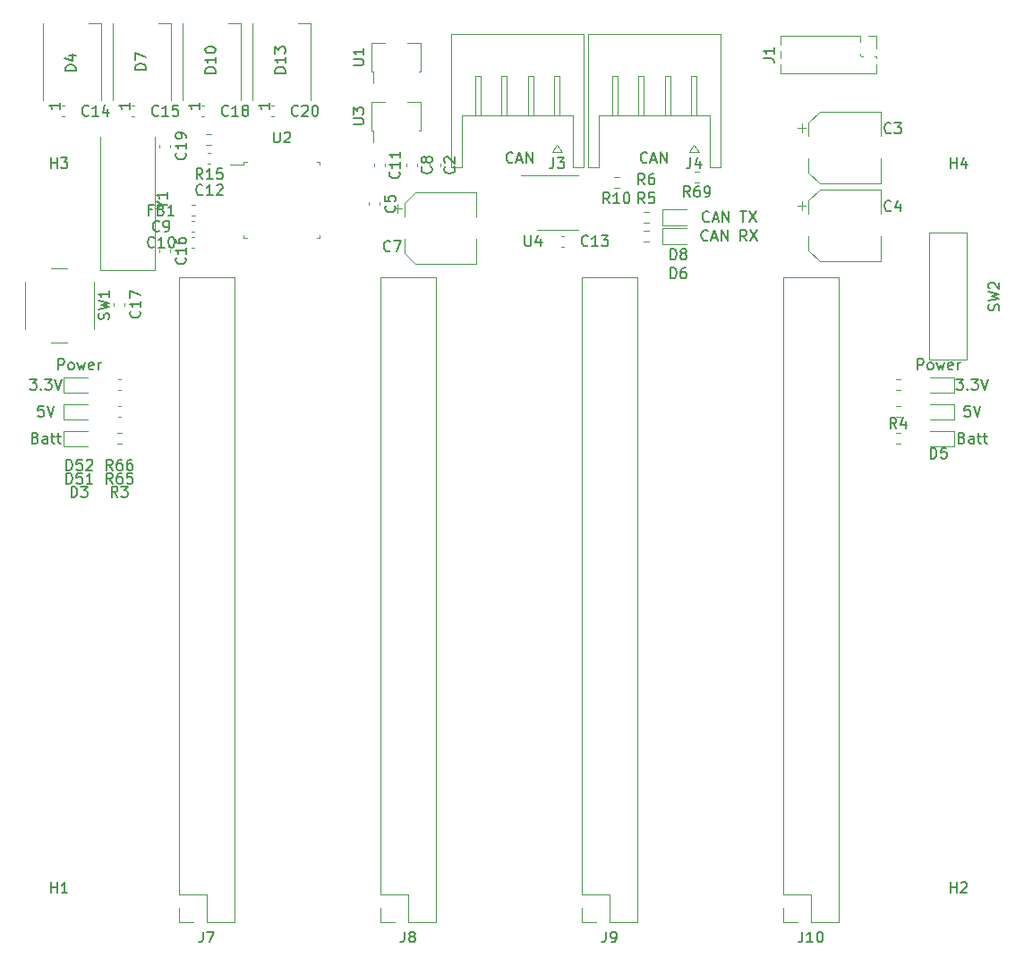
<source format=gbr>
%TF.GenerationSoftware,KiCad,Pcbnew,(6.0.0)*%
%TF.CreationDate,2022-03-21T15:06:36+09:00*%
%TF.ProjectId,MotorDriver base unit,4d6f746f-7244-4726-9976-657220626173,rev?*%
%TF.SameCoordinates,Original*%
%TF.FileFunction,Legend,Top*%
%TF.FilePolarity,Positive*%
%FSLAX46Y46*%
G04 Gerber Fmt 4.6, Leading zero omitted, Abs format (unit mm)*
G04 Created by KiCad (PCBNEW (6.0.0)) date 2022-03-21 15:06:36*
%MOMM*%
%LPD*%
G01*
G04 APERTURE LIST*
%ADD10C,0.150000*%
%ADD11C,0.120000*%
G04 APERTURE END LIST*
D10*
X34607619Y-63428571D02*
X34750476Y-63476190D01*
X34798095Y-63523809D01*
X34845714Y-63619047D01*
X34845714Y-63761904D01*
X34798095Y-63857142D01*
X34750476Y-63904761D01*
X34655238Y-63952380D01*
X34274285Y-63952380D01*
X34274285Y-62952380D01*
X34607619Y-62952380D01*
X34702857Y-63000000D01*
X34750476Y-63047619D01*
X34798095Y-63142857D01*
X34798095Y-63238095D01*
X34750476Y-63333333D01*
X34702857Y-63380952D01*
X34607619Y-63428571D01*
X34274285Y-63428571D01*
X35702857Y-63952380D02*
X35702857Y-63428571D01*
X35655238Y-63333333D01*
X35560000Y-63285714D01*
X35369523Y-63285714D01*
X35274285Y-63333333D01*
X35702857Y-63904761D02*
X35607619Y-63952380D01*
X35369523Y-63952380D01*
X35274285Y-63904761D01*
X35226666Y-63809523D01*
X35226666Y-63714285D01*
X35274285Y-63619047D01*
X35369523Y-63571428D01*
X35607619Y-63571428D01*
X35702857Y-63523809D01*
X36036190Y-63285714D02*
X36417142Y-63285714D01*
X36179047Y-62952380D02*
X36179047Y-63809523D01*
X36226666Y-63904761D01*
X36321904Y-63952380D01*
X36417142Y-63952380D01*
X36607619Y-63285714D02*
X36988571Y-63285714D01*
X36750476Y-62952380D02*
X36750476Y-63809523D01*
X36798095Y-63904761D01*
X36893333Y-63952380D01*
X36988571Y-63952380D01*
X34083809Y-57872380D02*
X34702857Y-57872380D01*
X34369523Y-58253333D01*
X34512380Y-58253333D01*
X34607619Y-58300952D01*
X34655238Y-58348571D01*
X34702857Y-58443809D01*
X34702857Y-58681904D01*
X34655238Y-58777142D01*
X34607619Y-58824761D01*
X34512380Y-58872380D01*
X34226666Y-58872380D01*
X34131428Y-58824761D01*
X34083809Y-58777142D01*
X35131428Y-58777142D02*
X35179047Y-58824761D01*
X35131428Y-58872380D01*
X35083809Y-58824761D01*
X35131428Y-58777142D01*
X35131428Y-58872380D01*
X35512380Y-57872380D02*
X36131428Y-57872380D01*
X35798095Y-58253333D01*
X35940952Y-58253333D01*
X36036190Y-58300952D01*
X36083809Y-58348571D01*
X36131428Y-58443809D01*
X36131428Y-58681904D01*
X36083809Y-58777142D01*
X36036190Y-58824761D01*
X35940952Y-58872380D01*
X35655238Y-58872380D01*
X35560000Y-58824761D01*
X35512380Y-58777142D01*
X36417142Y-57872380D02*
X36750476Y-58872380D01*
X37083809Y-57872380D01*
X35369523Y-60412380D02*
X34893333Y-60412380D01*
X34845714Y-60888571D01*
X34893333Y-60840952D01*
X34988571Y-60793333D01*
X35226666Y-60793333D01*
X35321904Y-60840952D01*
X35369523Y-60888571D01*
X35417142Y-60983809D01*
X35417142Y-61221904D01*
X35369523Y-61317142D01*
X35321904Y-61364761D01*
X35226666Y-61412380D01*
X34988571Y-61412380D01*
X34893333Y-61364761D01*
X34845714Y-61317142D01*
X35702857Y-60412380D02*
X36036190Y-61412380D01*
X36369523Y-60412380D01*
X36758809Y-56967380D02*
X36758809Y-55967380D01*
X37139761Y-55967380D01*
X37235000Y-56015000D01*
X37282619Y-56062619D01*
X37330238Y-56157857D01*
X37330238Y-56300714D01*
X37282619Y-56395952D01*
X37235000Y-56443571D01*
X37139761Y-56491190D01*
X36758809Y-56491190D01*
X37901666Y-56967380D02*
X37806428Y-56919761D01*
X37758809Y-56872142D01*
X37711190Y-56776904D01*
X37711190Y-56491190D01*
X37758809Y-56395952D01*
X37806428Y-56348333D01*
X37901666Y-56300714D01*
X38044523Y-56300714D01*
X38139761Y-56348333D01*
X38187380Y-56395952D01*
X38235000Y-56491190D01*
X38235000Y-56776904D01*
X38187380Y-56872142D01*
X38139761Y-56919761D01*
X38044523Y-56967380D01*
X37901666Y-56967380D01*
X38568333Y-56300714D02*
X38758809Y-56967380D01*
X38949285Y-56491190D01*
X39139761Y-56967380D01*
X39330238Y-56300714D01*
X40092142Y-56919761D02*
X39996904Y-56967380D01*
X39806428Y-56967380D01*
X39711190Y-56919761D01*
X39663571Y-56824523D01*
X39663571Y-56443571D01*
X39711190Y-56348333D01*
X39806428Y-56300714D01*
X39996904Y-56300714D01*
X40092142Y-56348333D01*
X40139761Y-56443571D01*
X40139761Y-56538809D01*
X39663571Y-56634047D01*
X40568333Y-56967380D02*
X40568333Y-56300714D01*
X40568333Y-56491190D02*
X40615952Y-56395952D01*
X40663571Y-56348333D01*
X40758809Y-56300714D01*
X40854047Y-56300714D01*
X118038809Y-56967380D02*
X118038809Y-55967380D01*
X118419761Y-55967380D01*
X118515000Y-56015000D01*
X118562619Y-56062619D01*
X118610238Y-56157857D01*
X118610238Y-56300714D01*
X118562619Y-56395952D01*
X118515000Y-56443571D01*
X118419761Y-56491190D01*
X118038809Y-56491190D01*
X119181666Y-56967380D02*
X119086428Y-56919761D01*
X119038809Y-56872142D01*
X118991190Y-56776904D01*
X118991190Y-56491190D01*
X119038809Y-56395952D01*
X119086428Y-56348333D01*
X119181666Y-56300714D01*
X119324523Y-56300714D01*
X119419761Y-56348333D01*
X119467380Y-56395952D01*
X119515000Y-56491190D01*
X119515000Y-56776904D01*
X119467380Y-56872142D01*
X119419761Y-56919761D01*
X119324523Y-56967380D01*
X119181666Y-56967380D01*
X119848333Y-56300714D02*
X120038809Y-56967380D01*
X120229285Y-56491190D01*
X120419761Y-56967380D01*
X120610238Y-56300714D01*
X121372142Y-56919761D02*
X121276904Y-56967380D01*
X121086428Y-56967380D01*
X120991190Y-56919761D01*
X120943571Y-56824523D01*
X120943571Y-56443571D01*
X120991190Y-56348333D01*
X121086428Y-56300714D01*
X121276904Y-56300714D01*
X121372142Y-56348333D01*
X121419761Y-56443571D01*
X121419761Y-56538809D01*
X120943571Y-56634047D01*
X121848333Y-56967380D02*
X121848333Y-56300714D01*
X121848333Y-56491190D02*
X121895952Y-56395952D01*
X121943571Y-56348333D01*
X122038809Y-56300714D01*
X122134047Y-56300714D01*
X98322047Y-42902142D02*
X98274428Y-42949761D01*
X98131571Y-42997380D01*
X98036333Y-42997380D01*
X97893476Y-42949761D01*
X97798238Y-42854523D01*
X97750619Y-42759285D01*
X97703000Y-42568809D01*
X97703000Y-42425952D01*
X97750619Y-42235476D01*
X97798238Y-42140238D01*
X97893476Y-42045000D01*
X98036333Y-41997380D01*
X98131571Y-41997380D01*
X98274428Y-42045000D01*
X98322047Y-42092619D01*
X98703000Y-42711666D02*
X99179190Y-42711666D01*
X98607761Y-42997380D02*
X98941095Y-41997380D01*
X99274428Y-42997380D01*
X99607761Y-42997380D02*
X99607761Y-41997380D01*
X100179190Y-42997380D01*
X100179190Y-41997380D01*
X101274428Y-41997380D02*
X101845857Y-41997380D01*
X101560142Y-42997380D02*
X101560142Y-41997380D01*
X102083952Y-41997380D02*
X102750619Y-42997380D01*
X102750619Y-41997380D02*
X102083952Y-42997380D01*
X92448142Y-37314142D02*
X92400523Y-37361761D01*
X92257666Y-37409380D01*
X92162428Y-37409380D01*
X92019571Y-37361761D01*
X91924333Y-37266523D01*
X91876714Y-37171285D01*
X91829095Y-36980809D01*
X91829095Y-36837952D01*
X91876714Y-36647476D01*
X91924333Y-36552238D01*
X92019571Y-36457000D01*
X92162428Y-36409380D01*
X92257666Y-36409380D01*
X92400523Y-36457000D01*
X92448142Y-36504619D01*
X92829095Y-37123666D02*
X93305285Y-37123666D01*
X92733857Y-37409380D02*
X93067190Y-36409380D01*
X93400523Y-37409380D01*
X93733857Y-37409380D02*
X93733857Y-36409380D01*
X94305285Y-37409380D01*
X94305285Y-36409380D01*
X79748142Y-37314142D02*
X79700523Y-37361761D01*
X79557666Y-37409380D01*
X79462428Y-37409380D01*
X79319571Y-37361761D01*
X79224333Y-37266523D01*
X79176714Y-37171285D01*
X79129095Y-36980809D01*
X79129095Y-36837952D01*
X79176714Y-36647476D01*
X79224333Y-36552238D01*
X79319571Y-36457000D01*
X79462428Y-36409380D01*
X79557666Y-36409380D01*
X79700523Y-36457000D01*
X79748142Y-36504619D01*
X80129095Y-37123666D02*
X80605285Y-37123666D01*
X80033857Y-37409380D02*
X80367190Y-36409380D01*
X80700523Y-37409380D01*
X81033857Y-37409380D02*
X81033857Y-36409380D01*
X81605285Y-37409380D01*
X81605285Y-36409380D01*
X98203000Y-44680142D02*
X98155380Y-44727761D01*
X98012523Y-44775380D01*
X97917285Y-44775380D01*
X97774428Y-44727761D01*
X97679190Y-44632523D01*
X97631571Y-44537285D01*
X97583952Y-44346809D01*
X97583952Y-44203952D01*
X97631571Y-44013476D01*
X97679190Y-43918238D01*
X97774428Y-43823000D01*
X97917285Y-43775380D01*
X98012523Y-43775380D01*
X98155380Y-43823000D01*
X98203000Y-43870619D01*
X98583952Y-44489666D02*
X99060142Y-44489666D01*
X98488714Y-44775380D02*
X98822047Y-43775380D01*
X99155380Y-44775380D01*
X99488714Y-44775380D02*
X99488714Y-43775380D01*
X100060142Y-44775380D01*
X100060142Y-43775380D01*
X101869666Y-44775380D02*
X101536333Y-44299190D01*
X101298238Y-44775380D02*
X101298238Y-43775380D01*
X101679190Y-43775380D01*
X101774428Y-43823000D01*
X101822047Y-43870619D01*
X101869666Y-43965857D01*
X101869666Y-44108714D01*
X101822047Y-44203952D01*
X101774428Y-44251571D01*
X101679190Y-44299190D01*
X101298238Y-44299190D01*
X102203000Y-43775380D02*
X102869666Y-44775380D01*
X102869666Y-43775380D02*
X102203000Y-44775380D01*
X122237619Y-63428571D02*
X122380476Y-63476190D01*
X122428095Y-63523809D01*
X122475714Y-63619047D01*
X122475714Y-63761904D01*
X122428095Y-63857142D01*
X122380476Y-63904761D01*
X122285238Y-63952380D01*
X121904285Y-63952380D01*
X121904285Y-62952380D01*
X122237619Y-62952380D01*
X122332857Y-63000000D01*
X122380476Y-63047619D01*
X122428095Y-63142857D01*
X122428095Y-63238095D01*
X122380476Y-63333333D01*
X122332857Y-63380952D01*
X122237619Y-63428571D01*
X121904285Y-63428571D01*
X123332857Y-63952380D02*
X123332857Y-63428571D01*
X123285238Y-63333333D01*
X123190000Y-63285714D01*
X122999523Y-63285714D01*
X122904285Y-63333333D01*
X123332857Y-63904761D02*
X123237619Y-63952380D01*
X122999523Y-63952380D01*
X122904285Y-63904761D01*
X122856666Y-63809523D01*
X122856666Y-63714285D01*
X122904285Y-63619047D01*
X122999523Y-63571428D01*
X123237619Y-63571428D01*
X123332857Y-63523809D01*
X123666190Y-63285714D02*
X124047142Y-63285714D01*
X123809047Y-62952380D02*
X123809047Y-63809523D01*
X123856666Y-63904761D01*
X123951904Y-63952380D01*
X124047142Y-63952380D01*
X124237619Y-63285714D02*
X124618571Y-63285714D01*
X124380476Y-62952380D02*
X124380476Y-63809523D01*
X124428095Y-63904761D01*
X124523333Y-63952380D01*
X124618571Y-63952380D01*
X121713809Y-57872380D02*
X122332857Y-57872380D01*
X121999523Y-58253333D01*
X122142380Y-58253333D01*
X122237619Y-58300952D01*
X122285238Y-58348571D01*
X122332857Y-58443809D01*
X122332857Y-58681904D01*
X122285238Y-58777142D01*
X122237619Y-58824761D01*
X122142380Y-58872380D01*
X121856666Y-58872380D01*
X121761428Y-58824761D01*
X121713809Y-58777142D01*
X122761428Y-58777142D02*
X122809047Y-58824761D01*
X122761428Y-58872380D01*
X122713809Y-58824761D01*
X122761428Y-58777142D01*
X122761428Y-58872380D01*
X123142380Y-57872380D02*
X123761428Y-57872380D01*
X123428095Y-58253333D01*
X123570952Y-58253333D01*
X123666190Y-58300952D01*
X123713809Y-58348571D01*
X123761428Y-58443809D01*
X123761428Y-58681904D01*
X123713809Y-58777142D01*
X123666190Y-58824761D01*
X123570952Y-58872380D01*
X123285238Y-58872380D01*
X123190000Y-58824761D01*
X123142380Y-58777142D01*
X124047142Y-57872380D02*
X124380476Y-58872380D01*
X124713809Y-57872380D01*
X122999523Y-60412380D02*
X122523333Y-60412380D01*
X122475714Y-60888571D01*
X122523333Y-60840952D01*
X122618571Y-60793333D01*
X122856666Y-60793333D01*
X122951904Y-60840952D01*
X122999523Y-60888571D01*
X123047142Y-60983809D01*
X123047142Y-61221904D01*
X122999523Y-61317142D01*
X122951904Y-61364761D01*
X122856666Y-61412380D01*
X122618571Y-61412380D01*
X122523333Y-61364761D01*
X122475714Y-61317142D01*
X123332857Y-60412380D02*
X123666190Y-61412380D01*
X123999523Y-60412380D01*
%TO.C,C3*%
X115530333Y-34520142D02*
X115482714Y-34567761D01*
X115339857Y-34615380D01*
X115244619Y-34615380D01*
X115101761Y-34567761D01*
X115006523Y-34472523D01*
X114958904Y-34377285D01*
X114911285Y-34186809D01*
X114911285Y-34043952D01*
X114958904Y-33853476D01*
X115006523Y-33758238D01*
X115101761Y-33663000D01*
X115244619Y-33615380D01*
X115339857Y-33615380D01*
X115482714Y-33663000D01*
X115530333Y-33710619D01*
X115863666Y-33615380D02*
X116482714Y-33615380D01*
X116149380Y-33996333D01*
X116292238Y-33996333D01*
X116387476Y-34043952D01*
X116435095Y-34091571D01*
X116482714Y-34186809D01*
X116482714Y-34424904D01*
X116435095Y-34520142D01*
X116387476Y-34567761D01*
X116292238Y-34615380D01*
X116006523Y-34615380D01*
X115911285Y-34567761D01*
X115863666Y-34520142D01*
%TO.C,C4*%
X115530333Y-41886142D02*
X115482714Y-41933761D01*
X115339857Y-41981380D01*
X115244619Y-41981380D01*
X115101761Y-41933761D01*
X115006523Y-41838523D01*
X114958904Y-41743285D01*
X114911285Y-41552809D01*
X114911285Y-41409952D01*
X114958904Y-41219476D01*
X115006523Y-41124238D01*
X115101761Y-41029000D01*
X115244619Y-40981380D01*
X115339857Y-40981380D01*
X115482714Y-41029000D01*
X115530333Y-41076619D01*
X116387476Y-41314714D02*
X116387476Y-41981380D01*
X116149380Y-40933761D02*
X115911285Y-41648047D01*
X116530333Y-41648047D01*
%TO.C,C5*%
X68556142Y-41454666D02*
X68603761Y-41502285D01*
X68651380Y-41645142D01*
X68651380Y-41740380D01*
X68603761Y-41883238D01*
X68508523Y-41978476D01*
X68413285Y-42026095D01*
X68222809Y-42073714D01*
X68079952Y-42073714D01*
X67889476Y-42026095D01*
X67794238Y-41978476D01*
X67699000Y-41883238D01*
X67651380Y-41740380D01*
X67651380Y-41645142D01*
X67699000Y-41502285D01*
X67746619Y-41454666D01*
X67651380Y-40549904D02*
X67651380Y-41026095D01*
X68127571Y-41073714D01*
X68079952Y-41026095D01*
X68032333Y-40930857D01*
X68032333Y-40692761D01*
X68079952Y-40597523D01*
X68127571Y-40549904D01*
X68222809Y-40502285D01*
X68460904Y-40502285D01*
X68556142Y-40549904D01*
X68603761Y-40597523D01*
X68651380Y-40692761D01*
X68651380Y-40930857D01*
X68603761Y-41026095D01*
X68556142Y-41073714D01*
%TO.C,C7*%
X68159333Y-45696142D02*
X68111714Y-45743761D01*
X67968857Y-45791380D01*
X67873619Y-45791380D01*
X67730761Y-45743761D01*
X67635523Y-45648523D01*
X67587904Y-45553285D01*
X67540285Y-45362809D01*
X67540285Y-45219952D01*
X67587904Y-45029476D01*
X67635523Y-44934238D01*
X67730761Y-44839000D01*
X67873619Y-44791380D01*
X67968857Y-44791380D01*
X68111714Y-44839000D01*
X68159333Y-44886619D01*
X68492666Y-44791380D02*
X69159333Y-44791380D01*
X68730761Y-45791380D01*
%TO.C,C9*%
X46315333Y-43791142D02*
X46267714Y-43838761D01*
X46124857Y-43886380D01*
X46029619Y-43886380D01*
X45886761Y-43838761D01*
X45791523Y-43743523D01*
X45743904Y-43648285D01*
X45696285Y-43457809D01*
X45696285Y-43314952D01*
X45743904Y-43124476D01*
X45791523Y-43029238D01*
X45886761Y-42934000D01*
X46029619Y-42886380D01*
X46124857Y-42886380D01*
X46267714Y-42934000D01*
X46315333Y-42981619D01*
X46791523Y-43886380D02*
X46982000Y-43886380D01*
X47077238Y-43838761D01*
X47124857Y-43791142D01*
X47220095Y-43648285D01*
X47267714Y-43457809D01*
X47267714Y-43076857D01*
X47220095Y-42981619D01*
X47172476Y-42934000D01*
X47077238Y-42886380D01*
X46886761Y-42886380D01*
X46791523Y-42934000D01*
X46743904Y-42981619D01*
X46696285Y-43076857D01*
X46696285Y-43314952D01*
X46743904Y-43410190D01*
X46791523Y-43457809D01*
X46886761Y-43505428D01*
X47077238Y-43505428D01*
X47172476Y-43457809D01*
X47220095Y-43410190D01*
X47267714Y-43314952D01*
%TO.C,C10*%
X45839142Y-45315142D02*
X45791523Y-45362761D01*
X45648666Y-45410380D01*
X45553428Y-45410380D01*
X45410571Y-45362761D01*
X45315333Y-45267523D01*
X45267714Y-45172285D01*
X45220095Y-44981809D01*
X45220095Y-44838952D01*
X45267714Y-44648476D01*
X45315333Y-44553238D01*
X45410571Y-44458000D01*
X45553428Y-44410380D01*
X45648666Y-44410380D01*
X45791523Y-44458000D01*
X45839142Y-44505619D01*
X46791523Y-45410380D02*
X46220095Y-45410380D01*
X46505809Y-45410380D02*
X46505809Y-44410380D01*
X46410571Y-44553238D01*
X46315333Y-44648476D01*
X46220095Y-44696095D01*
X47410571Y-44410380D02*
X47505809Y-44410380D01*
X47601047Y-44458000D01*
X47648666Y-44505619D01*
X47696285Y-44600857D01*
X47743904Y-44791333D01*
X47743904Y-45029428D01*
X47696285Y-45219904D01*
X47648666Y-45315142D01*
X47601047Y-45362761D01*
X47505809Y-45410380D01*
X47410571Y-45410380D01*
X47315333Y-45362761D01*
X47267714Y-45315142D01*
X47220095Y-45219904D01*
X47172476Y-45029428D01*
X47172476Y-44791333D01*
X47220095Y-44600857D01*
X47267714Y-44505619D01*
X47315333Y-44458000D01*
X47410571Y-44410380D01*
%TO.C,C12*%
X50411142Y-40362142D02*
X50363523Y-40409761D01*
X50220666Y-40457380D01*
X50125428Y-40457380D01*
X49982571Y-40409761D01*
X49887333Y-40314523D01*
X49839714Y-40219285D01*
X49792095Y-40028809D01*
X49792095Y-39885952D01*
X49839714Y-39695476D01*
X49887333Y-39600238D01*
X49982571Y-39505000D01*
X50125428Y-39457380D01*
X50220666Y-39457380D01*
X50363523Y-39505000D01*
X50411142Y-39552619D01*
X51363523Y-40457380D02*
X50792095Y-40457380D01*
X51077809Y-40457380D02*
X51077809Y-39457380D01*
X50982571Y-39600238D01*
X50887333Y-39695476D01*
X50792095Y-39743095D01*
X51744476Y-39552619D02*
X51792095Y-39505000D01*
X51887333Y-39457380D01*
X52125428Y-39457380D01*
X52220666Y-39505000D01*
X52268285Y-39552619D01*
X52315904Y-39647857D01*
X52315904Y-39743095D01*
X52268285Y-39885952D01*
X51696857Y-40457380D01*
X52315904Y-40457380D01*
%TO.C,C14*%
X39616142Y-32869142D02*
X39568523Y-32916761D01*
X39425666Y-32964380D01*
X39330428Y-32964380D01*
X39187571Y-32916761D01*
X39092333Y-32821523D01*
X39044714Y-32726285D01*
X38997095Y-32535809D01*
X38997095Y-32392952D01*
X39044714Y-32202476D01*
X39092333Y-32107238D01*
X39187571Y-32012000D01*
X39330428Y-31964380D01*
X39425666Y-31964380D01*
X39568523Y-32012000D01*
X39616142Y-32059619D01*
X40568523Y-32964380D02*
X39997095Y-32964380D01*
X40282809Y-32964380D02*
X40282809Y-31964380D01*
X40187571Y-32107238D01*
X40092333Y-32202476D01*
X39997095Y-32250095D01*
X41425666Y-32297714D02*
X41425666Y-32964380D01*
X41187571Y-31916761D02*
X40949476Y-32631047D01*
X41568523Y-32631047D01*
%TO.C,C15*%
X46220142Y-32869142D02*
X46172523Y-32916761D01*
X46029666Y-32964380D01*
X45934428Y-32964380D01*
X45791571Y-32916761D01*
X45696333Y-32821523D01*
X45648714Y-32726285D01*
X45601095Y-32535809D01*
X45601095Y-32392952D01*
X45648714Y-32202476D01*
X45696333Y-32107238D01*
X45791571Y-32012000D01*
X45934428Y-31964380D01*
X46029666Y-31964380D01*
X46172523Y-32012000D01*
X46220142Y-32059619D01*
X47172523Y-32964380D02*
X46601095Y-32964380D01*
X46886809Y-32964380D02*
X46886809Y-31964380D01*
X46791571Y-32107238D01*
X46696333Y-32202476D01*
X46601095Y-32250095D01*
X48077285Y-31964380D02*
X47601095Y-31964380D01*
X47553476Y-32440571D01*
X47601095Y-32392952D01*
X47696333Y-32345333D01*
X47934428Y-32345333D01*
X48029666Y-32392952D01*
X48077285Y-32440571D01*
X48124904Y-32535809D01*
X48124904Y-32773904D01*
X48077285Y-32869142D01*
X48029666Y-32916761D01*
X47934428Y-32964380D01*
X47696333Y-32964380D01*
X47601095Y-32916761D01*
X47553476Y-32869142D01*
%TO.C,C16*%
X48744142Y-46375857D02*
X48791761Y-46423476D01*
X48839380Y-46566333D01*
X48839380Y-46661571D01*
X48791761Y-46804428D01*
X48696523Y-46899666D01*
X48601285Y-46947285D01*
X48410809Y-46994904D01*
X48267952Y-46994904D01*
X48077476Y-46947285D01*
X47982238Y-46899666D01*
X47887000Y-46804428D01*
X47839380Y-46661571D01*
X47839380Y-46566333D01*
X47887000Y-46423476D01*
X47934619Y-46375857D01*
X48839380Y-45423476D02*
X48839380Y-45994904D01*
X48839380Y-45709190D02*
X47839380Y-45709190D01*
X47982238Y-45804428D01*
X48077476Y-45899666D01*
X48125095Y-45994904D01*
X47839380Y-44566333D02*
X47839380Y-44756809D01*
X47887000Y-44852047D01*
X47934619Y-44899666D01*
X48077476Y-44994904D01*
X48267952Y-45042523D01*
X48648904Y-45042523D01*
X48744142Y-44994904D01*
X48791761Y-44947285D01*
X48839380Y-44852047D01*
X48839380Y-44661571D01*
X48791761Y-44566333D01*
X48744142Y-44518714D01*
X48648904Y-44471095D01*
X48410809Y-44471095D01*
X48315571Y-44518714D01*
X48267952Y-44566333D01*
X48220333Y-44661571D01*
X48220333Y-44852047D01*
X48267952Y-44947285D01*
X48315571Y-44994904D01*
X48410809Y-45042523D01*
%TO.C,C17*%
X44426142Y-51442857D02*
X44473761Y-51490476D01*
X44521380Y-51633333D01*
X44521380Y-51728571D01*
X44473761Y-51871428D01*
X44378523Y-51966666D01*
X44283285Y-52014285D01*
X44092809Y-52061904D01*
X43949952Y-52061904D01*
X43759476Y-52014285D01*
X43664238Y-51966666D01*
X43569000Y-51871428D01*
X43521380Y-51728571D01*
X43521380Y-51633333D01*
X43569000Y-51490476D01*
X43616619Y-51442857D01*
X44521380Y-50490476D02*
X44521380Y-51061904D01*
X44521380Y-50776190D02*
X43521380Y-50776190D01*
X43664238Y-50871428D01*
X43759476Y-50966666D01*
X43807095Y-51061904D01*
X43521380Y-50157142D02*
X43521380Y-49490476D01*
X44521380Y-49919047D01*
%TO.C,C18*%
X52824142Y-32869142D02*
X52776523Y-32916761D01*
X52633666Y-32964380D01*
X52538428Y-32964380D01*
X52395571Y-32916761D01*
X52300333Y-32821523D01*
X52252714Y-32726285D01*
X52205095Y-32535809D01*
X52205095Y-32392952D01*
X52252714Y-32202476D01*
X52300333Y-32107238D01*
X52395571Y-32012000D01*
X52538428Y-31964380D01*
X52633666Y-31964380D01*
X52776523Y-32012000D01*
X52824142Y-32059619D01*
X53776523Y-32964380D02*
X53205095Y-32964380D01*
X53490809Y-32964380D02*
X53490809Y-31964380D01*
X53395571Y-32107238D01*
X53300333Y-32202476D01*
X53205095Y-32250095D01*
X54347952Y-32392952D02*
X54252714Y-32345333D01*
X54205095Y-32297714D01*
X54157476Y-32202476D01*
X54157476Y-32154857D01*
X54205095Y-32059619D01*
X54252714Y-32012000D01*
X54347952Y-31964380D01*
X54538428Y-31964380D01*
X54633666Y-32012000D01*
X54681285Y-32059619D01*
X54728904Y-32154857D01*
X54728904Y-32202476D01*
X54681285Y-32297714D01*
X54633666Y-32345333D01*
X54538428Y-32392952D01*
X54347952Y-32392952D01*
X54252714Y-32440571D01*
X54205095Y-32488190D01*
X54157476Y-32583428D01*
X54157476Y-32773904D01*
X54205095Y-32869142D01*
X54252714Y-32916761D01*
X54347952Y-32964380D01*
X54538428Y-32964380D01*
X54633666Y-32916761D01*
X54681285Y-32869142D01*
X54728904Y-32773904D01*
X54728904Y-32583428D01*
X54681285Y-32488190D01*
X54633666Y-32440571D01*
X54538428Y-32392952D01*
%TO.C,C19*%
X48744142Y-36443857D02*
X48791761Y-36491476D01*
X48839380Y-36634333D01*
X48839380Y-36729571D01*
X48791761Y-36872428D01*
X48696523Y-36967666D01*
X48601285Y-37015285D01*
X48410809Y-37062904D01*
X48267952Y-37062904D01*
X48077476Y-37015285D01*
X47982238Y-36967666D01*
X47887000Y-36872428D01*
X47839380Y-36729571D01*
X47839380Y-36634333D01*
X47887000Y-36491476D01*
X47934619Y-36443857D01*
X48839380Y-35491476D02*
X48839380Y-36062904D01*
X48839380Y-35777190D02*
X47839380Y-35777190D01*
X47982238Y-35872428D01*
X48077476Y-35967666D01*
X48125095Y-36062904D01*
X48839380Y-35015285D02*
X48839380Y-34824809D01*
X48791761Y-34729571D01*
X48744142Y-34681952D01*
X48601285Y-34586714D01*
X48410809Y-34539095D01*
X48029857Y-34539095D01*
X47934619Y-34586714D01*
X47887000Y-34634333D01*
X47839380Y-34729571D01*
X47839380Y-34920047D01*
X47887000Y-35015285D01*
X47934619Y-35062904D01*
X48029857Y-35110523D01*
X48267952Y-35110523D01*
X48363190Y-35062904D01*
X48410809Y-35015285D01*
X48458428Y-34920047D01*
X48458428Y-34729571D01*
X48410809Y-34634333D01*
X48363190Y-34586714D01*
X48267952Y-34539095D01*
%TO.C,C20*%
X59428142Y-32869142D02*
X59380523Y-32916761D01*
X59237666Y-32964380D01*
X59142428Y-32964380D01*
X58999571Y-32916761D01*
X58904333Y-32821523D01*
X58856714Y-32726285D01*
X58809095Y-32535809D01*
X58809095Y-32392952D01*
X58856714Y-32202476D01*
X58904333Y-32107238D01*
X58999571Y-32012000D01*
X59142428Y-31964380D01*
X59237666Y-31964380D01*
X59380523Y-32012000D01*
X59428142Y-32059619D01*
X59809095Y-32059619D02*
X59856714Y-32012000D01*
X59951952Y-31964380D01*
X60190047Y-31964380D01*
X60285285Y-32012000D01*
X60332904Y-32059619D01*
X60380523Y-32154857D01*
X60380523Y-32250095D01*
X60332904Y-32392952D01*
X59761476Y-32964380D01*
X60380523Y-32964380D01*
X60999571Y-31964380D02*
X61094809Y-31964380D01*
X61190047Y-32012000D01*
X61237666Y-32059619D01*
X61285285Y-32154857D01*
X61332904Y-32345333D01*
X61332904Y-32583428D01*
X61285285Y-32773904D01*
X61237666Y-32869142D01*
X61190047Y-32916761D01*
X61094809Y-32964380D01*
X60999571Y-32964380D01*
X60904333Y-32916761D01*
X60856714Y-32869142D01*
X60809095Y-32773904D01*
X60761476Y-32583428D01*
X60761476Y-32345333D01*
X60809095Y-32154857D01*
X60856714Y-32059619D01*
X60904333Y-32012000D01*
X60999571Y-31964380D01*
%TO.C,D4*%
X38425380Y-28678095D02*
X37425380Y-28678095D01*
X37425380Y-28440000D01*
X37473000Y-28297142D01*
X37568238Y-28201904D01*
X37663476Y-28154285D01*
X37853952Y-28106666D01*
X37996809Y-28106666D01*
X38187285Y-28154285D01*
X38282523Y-28201904D01*
X38377761Y-28297142D01*
X38425380Y-28440000D01*
X38425380Y-28678095D01*
X37758714Y-27249523D02*
X38425380Y-27249523D01*
X37377761Y-27487619D02*
X38092047Y-27725714D01*
X38092047Y-27106666D01*
X36901380Y-31714285D02*
X36901380Y-32285714D01*
X36901380Y-32000000D02*
X35901380Y-32000000D01*
X36044238Y-32095238D01*
X36139476Y-32190476D01*
X36187095Y-32285714D01*
%TO.C,D6*%
X94664404Y-48331380D02*
X94664404Y-47331380D01*
X94902500Y-47331380D01*
X95045357Y-47379000D01*
X95140595Y-47474238D01*
X95188214Y-47569476D01*
X95235833Y-47759952D01*
X95235833Y-47902809D01*
X95188214Y-48093285D01*
X95140595Y-48188523D01*
X95045357Y-48283761D01*
X94902500Y-48331380D01*
X94664404Y-48331380D01*
X96092976Y-47331380D02*
X95902500Y-47331380D01*
X95807261Y-47379000D01*
X95759642Y-47426619D01*
X95664404Y-47569476D01*
X95616785Y-47759952D01*
X95616785Y-48140904D01*
X95664404Y-48236142D01*
X95712023Y-48283761D01*
X95807261Y-48331380D01*
X95997738Y-48331380D01*
X96092976Y-48283761D01*
X96140595Y-48236142D01*
X96188214Y-48140904D01*
X96188214Y-47902809D01*
X96140595Y-47807571D01*
X96092976Y-47759952D01*
X95997738Y-47712333D01*
X95807261Y-47712333D01*
X95712023Y-47759952D01*
X95664404Y-47807571D01*
X95616785Y-47902809D01*
%TO.C,D7*%
X45029380Y-28588095D02*
X44029380Y-28588095D01*
X44029380Y-28350000D01*
X44077000Y-28207142D01*
X44172238Y-28111904D01*
X44267476Y-28064285D01*
X44457952Y-28016666D01*
X44600809Y-28016666D01*
X44791285Y-28064285D01*
X44886523Y-28111904D01*
X44981761Y-28207142D01*
X45029380Y-28350000D01*
X45029380Y-28588095D01*
X44029380Y-27683333D02*
X44029380Y-27016666D01*
X45029380Y-27445238D01*
X43505380Y-31714285D02*
X43505380Y-32285714D01*
X43505380Y-32000000D02*
X42505380Y-32000000D01*
X42648238Y-32095238D01*
X42743476Y-32190476D01*
X42791095Y-32285714D01*
%TO.C,D8*%
X94664404Y-46553380D02*
X94664404Y-45553380D01*
X94902500Y-45553380D01*
X95045357Y-45601000D01*
X95140595Y-45696238D01*
X95188214Y-45791476D01*
X95235833Y-45981952D01*
X95235833Y-46124809D01*
X95188214Y-46315285D01*
X95140595Y-46410523D01*
X95045357Y-46505761D01*
X94902500Y-46553380D01*
X94664404Y-46553380D01*
X95807261Y-45981952D02*
X95712023Y-45934333D01*
X95664404Y-45886714D01*
X95616785Y-45791476D01*
X95616785Y-45743857D01*
X95664404Y-45648619D01*
X95712023Y-45601000D01*
X95807261Y-45553380D01*
X95997738Y-45553380D01*
X96092976Y-45601000D01*
X96140595Y-45648619D01*
X96188214Y-45743857D01*
X96188214Y-45791476D01*
X96140595Y-45886714D01*
X96092976Y-45934333D01*
X95997738Y-45981952D01*
X95807261Y-45981952D01*
X95712023Y-46029571D01*
X95664404Y-46077190D01*
X95616785Y-46172428D01*
X95616785Y-46362904D01*
X95664404Y-46458142D01*
X95712023Y-46505761D01*
X95807261Y-46553380D01*
X95997738Y-46553380D01*
X96092976Y-46505761D01*
X96140595Y-46458142D01*
X96188214Y-46362904D01*
X96188214Y-46172428D01*
X96140595Y-46077190D01*
X96092976Y-46029571D01*
X95997738Y-45981952D01*
%TO.C,D10*%
X51633380Y-28900285D02*
X50633380Y-28900285D01*
X50633380Y-28662190D01*
X50681000Y-28519333D01*
X50776238Y-28424095D01*
X50871476Y-28376476D01*
X51061952Y-28328857D01*
X51204809Y-28328857D01*
X51395285Y-28376476D01*
X51490523Y-28424095D01*
X51585761Y-28519333D01*
X51633380Y-28662190D01*
X51633380Y-28900285D01*
X51633380Y-27376476D02*
X51633380Y-27947904D01*
X51633380Y-27662190D02*
X50633380Y-27662190D01*
X50776238Y-27757428D01*
X50871476Y-27852666D01*
X50919095Y-27947904D01*
X50633380Y-26757428D02*
X50633380Y-26662190D01*
X50681000Y-26566952D01*
X50728619Y-26519333D01*
X50823857Y-26471714D01*
X51014333Y-26424095D01*
X51252428Y-26424095D01*
X51442904Y-26471714D01*
X51538142Y-26519333D01*
X51585761Y-26566952D01*
X51633380Y-26662190D01*
X51633380Y-26757428D01*
X51585761Y-26852666D01*
X51538142Y-26900285D01*
X51442904Y-26947904D01*
X51252428Y-26995523D01*
X51014333Y-26995523D01*
X50823857Y-26947904D01*
X50728619Y-26900285D01*
X50681000Y-26852666D01*
X50633380Y-26757428D01*
X50109380Y-31714285D02*
X50109380Y-32285714D01*
X50109380Y-32000000D02*
X49109380Y-32000000D01*
X49252238Y-32095238D01*
X49347476Y-32190476D01*
X49395095Y-32285714D01*
%TO.C,D13*%
X58237380Y-28900285D02*
X57237380Y-28900285D01*
X57237380Y-28662190D01*
X57285000Y-28519333D01*
X57380238Y-28424095D01*
X57475476Y-28376476D01*
X57665952Y-28328857D01*
X57808809Y-28328857D01*
X57999285Y-28376476D01*
X58094523Y-28424095D01*
X58189761Y-28519333D01*
X58237380Y-28662190D01*
X58237380Y-28900285D01*
X58237380Y-27376476D02*
X58237380Y-27947904D01*
X58237380Y-27662190D02*
X57237380Y-27662190D01*
X57380238Y-27757428D01*
X57475476Y-27852666D01*
X57523095Y-27947904D01*
X57237380Y-27043142D02*
X57237380Y-26424095D01*
X57618333Y-26757428D01*
X57618333Y-26614571D01*
X57665952Y-26519333D01*
X57713571Y-26471714D01*
X57808809Y-26424095D01*
X58046904Y-26424095D01*
X58142142Y-26471714D01*
X58189761Y-26519333D01*
X58237380Y-26614571D01*
X58237380Y-26900285D01*
X58189761Y-26995523D01*
X58142142Y-27043142D01*
X56713380Y-31714285D02*
X56713380Y-32285714D01*
X56713380Y-32000000D02*
X55713380Y-32000000D01*
X55856238Y-32095238D01*
X55951476Y-32190476D01*
X55999095Y-32285714D01*
%TO.C,FB1*%
X45648666Y-41838571D02*
X45315333Y-41838571D01*
X45315333Y-42362380D02*
X45315333Y-41362380D01*
X45791523Y-41362380D01*
X46505809Y-41838571D02*
X46648666Y-41886190D01*
X46696285Y-41933809D01*
X46743904Y-42029047D01*
X46743904Y-42171904D01*
X46696285Y-42267142D01*
X46648666Y-42314761D01*
X46553428Y-42362380D01*
X46172476Y-42362380D01*
X46172476Y-41362380D01*
X46505809Y-41362380D01*
X46601047Y-41410000D01*
X46648666Y-41457619D01*
X46696285Y-41552857D01*
X46696285Y-41648095D01*
X46648666Y-41743333D01*
X46601047Y-41790952D01*
X46505809Y-41838571D01*
X46172476Y-41838571D01*
X47696285Y-42362380D02*
X47124857Y-42362380D01*
X47410571Y-42362380D02*
X47410571Y-41362380D01*
X47315333Y-41505238D01*
X47220095Y-41600476D01*
X47124857Y-41648095D01*
%TO.C,J3*%
X83613666Y-36917380D02*
X83613666Y-37631666D01*
X83566047Y-37774523D01*
X83470809Y-37869761D01*
X83327952Y-37917380D01*
X83232714Y-37917380D01*
X83994619Y-36917380D02*
X84613666Y-36917380D01*
X84280333Y-37298333D01*
X84423190Y-37298333D01*
X84518428Y-37345952D01*
X84566047Y-37393571D01*
X84613666Y-37488809D01*
X84613666Y-37726904D01*
X84566047Y-37822142D01*
X84518428Y-37869761D01*
X84423190Y-37917380D01*
X84137476Y-37917380D01*
X84042238Y-37869761D01*
X83994619Y-37822142D01*
%TO.C,J4*%
X96567666Y-36917380D02*
X96567666Y-37631666D01*
X96520047Y-37774523D01*
X96424809Y-37869761D01*
X96281952Y-37917380D01*
X96186714Y-37917380D01*
X97472428Y-37250714D02*
X97472428Y-37917380D01*
X97234333Y-36869761D02*
X96996238Y-37584047D01*
X97615285Y-37584047D01*
%TO.C,R5*%
X92225333Y-41219380D02*
X91892000Y-40743190D01*
X91653904Y-41219380D02*
X91653904Y-40219380D01*
X92034857Y-40219380D01*
X92130095Y-40267000D01*
X92177714Y-40314619D01*
X92225333Y-40409857D01*
X92225333Y-40552714D01*
X92177714Y-40647952D01*
X92130095Y-40695571D01*
X92034857Y-40743190D01*
X91653904Y-40743190D01*
X93130095Y-40219380D02*
X92653904Y-40219380D01*
X92606285Y-40695571D01*
X92653904Y-40647952D01*
X92749142Y-40600333D01*
X92987238Y-40600333D01*
X93082476Y-40647952D01*
X93130095Y-40695571D01*
X93177714Y-40790809D01*
X93177714Y-41028904D01*
X93130095Y-41124142D01*
X93082476Y-41171761D01*
X92987238Y-41219380D01*
X92749142Y-41219380D01*
X92653904Y-41171761D01*
X92606285Y-41124142D01*
%TO.C,R6*%
X92225333Y-39441380D02*
X91892000Y-38965190D01*
X91653904Y-39441380D02*
X91653904Y-38441380D01*
X92034857Y-38441380D01*
X92130095Y-38489000D01*
X92177714Y-38536619D01*
X92225333Y-38631857D01*
X92225333Y-38774714D01*
X92177714Y-38869952D01*
X92130095Y-38917571D01*
X92034857Y-38965190D01*
X91653904Y-38965190D01*
X93082476Y-38441380D02*
X92892000Y-38441380D01*
X92796761Y-38489000D01*
X92749142Y-38536619D01*
X92653904Y-38679476D01*
X92606285Y-38869952D01*
X92606285Y-39250904D01*
X92653904Y-39346142D01*
X92701523Y-39393761D01*
X92796761Y-39441380D01*
X92987238Y-39441380D01*
X93082476Y-39393761D01*
X93130095Y-39346142D01*
X93177714Y-39250904D01*
X93177714Y-39012809D01*
X93130095Y-38917571D01*
X93082476Y-38869952D01*
X92987238Y-38822333D01*
X92796761Y-38822333D01*
X92701523Y-38869952D01*
X92653904Y-38917571D01*
X92606285Y-39012809D01*
%TO.C,R10*%
X88892142Y-41219380D02*
X88558809Y-40743190D01*
X88320714Y-41219380D02*
X88320714Y-40219380D01*
X88701666Y-40219380D01*
X88796904Y-40267000D01*
X88844523Y-40314619D01*
X88892142Y-40409857D01*
X88892142Y-40552714D01*
X88844523Y-40647952D01*
X88796904Y-40695571D01*
X88701666Y-40743190D01*
X88320714Y-40743190D01*
X89844523Y-41219380D02*
X89273095Y-41219380D01*
X89558809Y-41219380D02*
X89558809Y-40219380D01*
X89463571Y-40362238D01*
X89368333Y-40457476D01*
X89273095Y-40505095D01*
X90463571Y-40219380D02*
X90558809Y-40219380D01*
X90654047Y-40267000D01*
X90701666Y-40314619D01*
X90749285Y-40409857D01*
X90796904Y-40600333D01*
X90796904Y-40838428D01*
X90749285Y-41028904D01*
X90701666Y-41124142D01*
X90654047Y-41171761D01*
X90558809Y-41219380D01*
X90463571Y-41219380D01*
X90368333Y-41171761D01*
X90320714Y-41124142D01*
X90273095Y-41028904D01*
X90225476Y-40838428D01*
X90225476Y-40600333D01*
X90273095Y-40409857D01*
X90320714Y-40314619D01*
X90368333Y-40267000D01*
X90463571Y-40219380D01*
%TO.C,R15*%
X50411142Y-38933380D02*
X50077809Y-38457190D01*
X49839714Y-38933380D02*
X49839714Y-37933380D01*
X50220666Y-37933380D01*
X50315904Y-37981000D01*
X50363523Y-38028619D01*
X50411142Y-38123857D01*
X50411142Y-38266714D01*
X50363523Y-38361952D01*
X50315904Y-38409571D01*
X50220666Y-38457190D01*
X49839714Y-38457190D01*
X51363523Y-38933380D02*
X50792095Y-38933380D01*
X51077809Y-38933380D02*
X51077809Y-37933380D01*
X50982571Y-38076238D01*
X50887333Y-38171476D01*
X50792095Y-38219095D01*
X52268285Y-37933380D02*
X51792095Y-37933380D01*
X51744476Y-38409571D01*
X51792095Y-38361952D01*
X51887333Y-38314333D01*
X52125428Y-38314333D01*
X52220666Y-38361952D01*
X52268285Y-38409571D01*
X52315904Y-38504809D01*
X52315904Y-38742904D01*
X52268285Y-38838142D01*
X52220666Y-38885761D01*
X52125428Y-38933380D01*
X51887333Y-38933380D01*
X51792095Y-38885761D01*
X51744476Y-38838142D01*
%TO.C,SW1*%
X41520761Y-52208333D02*
X41568380Y-52065476D01*
X41568380Y-51827380D01*
X41520761Y-51732142D01*
X41473142Y-51684523D01*
X41377904Y-51636904D01*
X41282666Y-51636904D01*
X41187428Y-51684523D01*
X41139809Y-51732142D01*
X41092190Y-51827380D01*
X41044571Y-52017857D01*
X40996952Y-52113095D01*
X40949333Y-52160714D01*
X40854095Y-52208333D01*
X40758857Y-52208333D01*
X40663619Y-52160714D01*
X40616000Y-52113095D01*
X40568380Y-52017857D01*
X40568380Y-51779761D01*
X40616000Y-51636904D01*
X40568380Y-51303571D02*
X41568380Y-51065476D01*
X40854095Y-50875000D01*
X41568380Y-50684523D01*
X40568380Y-50446428D01*
X41568380Y-49541666D02*
X41568380Y-50113095D01*
X41568380Y-49827380D02*
X40568380Y-49827380D01*
X40711238Y-49922619D01*
X40806476Y-50017857D01*
X40854095Y-50113095D01*
%TO.C,U2*%
X57144095Y-34482380D02*
X57144095Y-35291904D01*
X57191714Y-35387142D01*
X57239333Y-35434761D01*
X57334571Y-35482380D01*
X57525047Y-35482380D01*
X57620285Y-35434761D01*
X57667904Y-35387142D01*
X57715523Y-35291904D01*
X57715523Y-34482380D01*
X58144095Y-34577619D02*
X58191714Y-34530000D01*
X58286952Y-34482380D01*
X58525047Y-34482380D01*
X58620285Y-34530000D01*
X58667904Y-34577619D01*
X58715523Y-34672857D01*
X58715523Y-34768095D01*
X58667904Y-34910952D01*
X58096476Y-35482380D01*
X58715523Y-35482380D01*
%TO.C,Y1*%
X46585190Y-41370190D02*
X47061380Y-41370190D01*
X46061380Y-41703523D02*
X46585190Y-41370190D01*
X46061380Y-41036857D01*
X47061380Y-40179714D02*
X47061380Y-40751142D01*
X47061380Y-40465428D02*
X46061380Y-40465428D01*
X46204238Y-40560666D01*
X46299476Y-40655904D01*
X46347095Y-40751142D01*
%TO.C,J1*%
X103465380Y-27511333D02*
X104179666Y-27511333D01*
X104322523Y-27558952D01*
X104417761Y-27654190D01*
X104465380Y-27797047D01*
X104465380Y-27892285D01*
X104465380Y-26511333D02*
X104465380Y-27082761D01*
X104465380Y-26797047D02*
X103465380Y-26797047D01*
X103608238Y-26892285D01*
X103703476Y-26987523D01*
X103751095Y-27082761D01*
%TO.C,C13*%
X86860142Y-45188142D02*
X86812523Y-45235761D01*
X86669666Y-45283380D01*
X86574428Y-45283380D01*
X86431571Y-45235761D01*
X86336333Y-45140523D01*
X86288714Y-45045285D01*
X86241095Y-44854809D01*
X86241095Y-44711952D01*
X86288714Y-44521476D01*
X86336333Y-44426238D01*
X86431571Y-44331000D01*
X86574428Y-44283380D01*
X86669666Y-44283380D01*
X86812523Y-44331000D01*
X86860142Y-44378619D01*
X87812523Y-45283380D02*
X87241095Y-45283380D01*
X87526809Y-45283380D02*
X87526809Y-44283380D01*
X87431571Y-44426238D01*
X87336333Y-44521476D01*
X87241095Y-44569095D01*
X88145857Y-44283380D02*
X88764904Y-44283380D01*
X88431571Y-44664333D01*
X88574428Y-44664333D01*
X88669666Y-44711952D01*
X88717285Y-44759571D01*
X88764904Y-44854809D01*
X88764904Y-45092904D01*
X88717285Y-45188142D01*
X88669666Y-45235761D01*
X88574428Y-45283380D01*
X88288714Y-45283380D01*
X88193476Y-45235761D01*
X88145857Y-45188142D01*
%TO.C,H3*%
X36068095Y-37917380D02*
X36068095Y-36917380D01*
X36068095Y-37393571D02*
X36639523Y-37393571D01*
X36639523Y-37917380D02*
X36639523Y-36917380D01*
X37020476Y-36917380D02*
X37639523Y-36917380D01*
X37306190Y-37298333D01*
X37449047Y-37298333D01*
X37544285Y-37345952D01*
X37591904Y-37393571D01*
X37639523Y-37488809D01*
X37639523Y-37726904D01*
X37591904Y-37822142D01*
X37544285Y-37869761D01*
X37449047Y-37917380D01*
X37163333Y-37917380D01*
X37068095Y-37869761D01*
X37020476Y-37822142D01*
%TO.C,H4*%
X121158095Y-37917380D02*
X121158095Y-36917380D01*
X121158095Y-37393571D02*
X121729523Y-37393571D01*
X121729523Y-37917380D02*
X121729523Y-36917380D01*
X122634285Y-37250714D02*
X122634285Y-37917380D01*
X122396190Y-36869761D02*
X122158095Y-37584047D01*
X122777142Y-37584047D01*
%TO.C,U4*%
X80899095Y-44283380D02*
X80899095Y-45092904D01*
X80946714Y-45188142D01*
X80994333Y-45235761D01*
X81089571Y-45283380D01*
X81280047Y-45283380D01*
X81375285Y-45235761D01*
X81422904Y-45188142D01*
X81470523Y-45092904D01*
X81470523Y-44283380D01*
X82375285Y-44616714D02*
X82375285Y-45283380D01*
X82137190Y-44235761D02*
X81899095Y-44950047D01*
X82518142Y-44950047D01*
%TO.C,U1*%
X64659380Y-28147904D02*
X65468904Y-28147904D01*
X65564142Y-28100285D01*
X65611761Y-28052666D01*
X65659380Y-27957428D01*
X65659380Y-27766952D01*
X65611761Y-27671714D01*
X65564142Y-27624095D01*
X65468904Y-27576476D01*
X64659380Y-27576476D01*
X65659380Y-26576476D02*
X65659380Y-27147904D01*
X65659380Y-26862190D02*
X64659380Y-26862190D01*
X64802238Y-26957428D01*
X64897476Y-27052666D01*
X64945095Y-27147904D01*
%TO.C,C8*%
X72018142Y-37771666D02*
X72065761Y-37819285D01*
X72113380Y-37962142D01*
X72113380Y-38057380D01*
X72065761Y-38200238D01*
X71970523Y-38295476D01*
X71875285Y-38343095D01*
X71684809Y-38390714D01*
X71541952Y-38390714D01*
X71351476Y-38343095D01*
X71256238Y-38295476D01*
X71161000Y-38200238D01*
X71113380Y-38057380D01*
X71113380Y-37962142D01*
X71161000Y-37819285D01*
X71208619Y-37771666D01*
X71541952Y-37200238D02*
X71494333Y-37295476D01*
X71446714Y-37343095D01*
X71351476Y-37390714D01*
X71303857Y-37390714D01*
X71208619Y-37343095D01*
X71161000Y-37295476D01*
X71113380Y-37200238D01*
X71113380Y-37009761D01*
X71161000Y-36914523D01*
X71208619Y-36866904D01*
X71303857Y-36819285D01*
X71351476Y-36819285D01*
X71446714Y-36866904D01*
X71494333Y-36914523D01*
X71541952Y-37009761D01*
X71541952Y-37200238D01*
X71589571Y-37295476D01*
X71637190Y-37343095D01*
X71732428Y-37390714D01*
X71922904Y-37390714D01*
X72018142Y-37343095D01*
X72065761Y-37295476D01*
X72113380Y-37200238D01*
X72113380Y-37009761D01*
X72065761Y-36914523D01*
X72018142Y-36866904D01*
X71922904Y-36819285D01*
X71732428Y-36819285D01*
X71637190Y-36866904D01*
X71589571Y-36914523D01*
X71541952Y-37009761D01*
%TO.C,C11*%
X68970142Y-38247857D02*
X69017761Y-38295476D01*
X69065380Y-38438333D01*
X69065380Y-38533571D01*
X69017761Y-38676428D01*
X68922523Y-38771666D01*
X68827285Y-38819285D01*
X68636809Y-38866904D01*
X68493952Y-38866904D01*
X68303476Y-38819285D01*
X68208238Y-38771666D01*
X68113000Y-38676428D01*
X68065380Y-38533571D01*
X68065380Y-38438333D01*
X68113000Y-38295476D01*
X68160619Y-38247857D01*
X69065380Y-37295476D02*
X69065380Y-37866904D01*
X69065380Y-37581190D02*
X68065380Y-37581190D01*
X68208238Y-37676428D01*
X68303476Y-37771666D01*
X68351095Y-37866904D01*
X69065380Y-36343095D02*
X69065380Y-36914523D01*
X69065380Y-36628809D02*
X68065380Y-36628809D01*
X68208238Y-36724047D01*
X68303476Y-36819285D01*
X68351095Y-36914523D01*
%TO.C,U3*%
X64659380Y-33735904D02*
X65468904Y-33735904D01*
X65564142Y-33688285D01*
X65611761Y-33640666D01*
X65659380Y-33545428D01*
X65659380Y-33354952D01*
X65611761Y-33259714D01*
X65564142Y-33212095D01*
X65468904Y-33164476D01*
X64659380Y-33164476D01*
X64659380Y-32783523D02*
X64659380Y-32164476D01*
X65040333Y-32497809D01*
X65040333Y-32354952D01*
X65087952Y-32259714D01*
X65135571Y-32212095D01*
X65230809Y-32164476D01*
X65468904Y-32164476D01*
X65564142Y-32212095D01*
X65611761Y-32259714D01*
X65659380Y-32354952D01*
X65659380Y-32640666D01*
X65611761Y-32735904D01*
X65564142Y-32783523D01*
%TO.C,D51*%
X37520714Y-67762380D02*
X37520714Y-66762380D01*
X37758809Y-66762380D01*
X37901666Y-66810000D01*
X37996904Y-66905238D01*
X38044523Y-67000476D01*
X38092142Y-67190952D01*
X38092142Y-67333809D01*
X38044523Y-67524285D01*
X37996904Y-67619523D01*
X37901666Y-67714761D01*
X37758809Y-67762380D01*
X37520714Y-67762380D01*
X38996904Y-66762380D02*
X38520714Y-66762380D01*
X38473095Y-67238571D01*
X38520714Y-67190952D01*
X38615952Y-67143333D01*
X38854047Y-67143333D01*
X38949285Y-67190952D01*
X38996904Y-67238571D01*
X39044523Y-67333809D01*
X39044523Y-67571904D01*
X38996904Y-67667142D01*
X38949285Y-67714761D01*
X38854047Y-67762380D01*
X38615952Y-67762380D01*
X38520714Y-67714761D01*
X38473095Y-67667142D01*
X39996904Y-67762380D02*
X39425476Y-67762380D01*
X39711190Y-67762380D02*
X39711190Y-66762380D01*
X39615952Y-66905238D01*
X39520714Y-67000476D01*
X39425476Y-67048095D01*
%TO.C,D52*%
X37520714Y-66492380D02*
X37520714Y-65492380D01*
X37758809Y-65492380D01*
X37901666Y-65540000D01*
X37996904Y-65635238D01*
X38044523Y-65730476D01*
X38092142Y-65920952D01*
X38092142Y-66063809D01*
X38044523Y-66254285D01*
X37996904Y-66349523D01*
X37901666Y-66444761D01*
X37758809Y-66492380D01*
X37520714Y-66492380D01*
X38996904Y-65492380D02*
X38520714Y-65492380D01*
X38473095Y-65968571D01*
X38520714Y-65920952D01*
X38615952Y-65873333D01*
X38854047Y-65873333D01*
X38949285Y-65920952D01*
X38996904Y-65968571D01*
X39044523Y-66063809D01*
X39044523Y-66301904D01*
X38996904Y-66397142D01*
X38949285Y-66444761D01*
X38854047Y-66492380D01*
X38615952Y-66492380D01*
X38520714Y-66444761D01*
X38473095Y-66397142D01*
X39425476Y-65587619D02*
X39473095Y-65540000D01*
X39568333Y-65492380D01*
X39806428Y-65492380D01*
X39901666Y-65540000D01*
X39949285Y-65587619D01*
X39996904Y-65682857D01*
X39996904Y-65778095D01*
X39949285Y-65920952D01*
X39377857Y-66492380D01*
X39996904Y-66492380D01*
%TO.C,R65*%
X41902142Y-67762380D02*
X41568809Y-67286190D01*
X41330714Y-67762380D02*
X41330714Y-66762380D01*
X41711666Y-66762380D01*
X41806904Y-66810000D01*
X41854523Y-66857619D01*
X41902142Y-66952857D01*
X41902142Y-67095714D01*
X41854523Y-67190952D01*
X41806904Y-67238571D01*
X41711666Y-67286190D01*
X41330714Y-67286190D01*
X42759285Y-66762380D02*
X42568809Y-66762380D01*
X42473571Y-66810000D01*
X42425952Y-66857619D01*
X42330714Y-67000476D01*
X42283095Y-67190952D01*
X42283095Y-67571904D01*
X42330714Y-67667142D01*
X42378333Y-67714761D01*
X42473571Y-67762380D01*
X42664047Y-67762380D01*
X42759285Y-67714761D01*
X42806904Y-67667142D01*
X42854523Y-67571904D01*
X42854523Y-67333809D01*
X42806904Y-67238571D01*
X42759285Y-67190952D01*
X42664047Y-67143333D01*
X42473571Y-67143333D01*
X42378333Y-67190952D01*
X42330714Y-67238571D01*
X42283095Y-67333809D01*
X43759285Y-66762380D02*
X43283095Y-66762380D01*
X43235476Y-67238571D01*
X43283095Y-67190952D01*
X43378333Y-67143333D01*
X43616428Y-67143333D01*
X43711666Y-67190952D01*
X43759285Y-67238571D01*
X43806904Y-67333809D01*
X43806904Y-67571904D01*
X43759285Y-67667142D01*
X43711666Y-67714761D01*
X43616428Y-67762380D01*
X43378333Y-67762380D01*
X43283095Y-67714761D01*
X43235476Y-67667142D01*
%TO.C,R66*%
X41902142Y-66492380D02*
X41568809Y-66016190D01*
X41330714Y-66492380D02*
X41330714Y-65492380D01*
X41711666Y-65492380D01*
X41806904Y-65540000D01*
X41854523Y-65587619D01*
X41902142Y-65682857D01*
X41902142Y-65825714D01*
X41854523Y-65920952D01*
X41806904Y-65968571D01*
X41711666Y-66016190D01*
X41330714Y-66016190D01*
X42759285Y-65492380D02*
X42568809Y-65492380D01*
X42473571Y-65540000D01*
X42425952Y-65587619D01*
X42330714Y-65730476D01*
X42283095Y-65920952D01*
X42283095Y-66301904D01*
X42330714Y-66397142D01*
X42378333Y-66444761D01*
X42473571Y-66492380D01*
X42664047Y-66492380D01*
X42759285Y-66444761D01*
X42806904Y-66397142D01*
X42854523Y-66301904D01*
X42854523Y-66063809D01*
X42806904Y-65968571D01*
X42759285Y-65920952D01*
X42664047Y-65873333D01*
X42473571Y-65873333D01*
X42378333Y-65920952D01*
X42330714Y-65968571D01*
X42283095Y-66063809D01*
X43711666Y-65492380D02*
X43521190Y-65492380D01*
X43425952Y-65540000D01*
X43378333Y-65587619D01*
X43283095Y-65730476D01*
X43235476Y-65920952D01*
X43235476Y-66301904D01*
X43283095Y-66397142D01*
X43330714Y-66444761D01*
X43425952Y-66492380D01*
X43616428Y-66492380D01*
X43711666Y-66444761D01*
X43759285Y-66397142D01*
X43806904Y-66301904D01*
X43806904Y-66063809D01*
X43759285Y-65968571D01*
X43711666Y-65920952D01*
X43616428Y-65873333D01*
X43425952Y-65873333D01*
X43330714Y-65920952D01*
X43283095Y-65968571D01*
X43235476Y-66063809D01*
%TO.C,R69*%
X96512142Y-40617380D02*
X96178809Y-40141190D01*
X95940714Y-40617380D02*
X95940714Y-39617380D01*
X96321666Y-39617380D01*
X96416904Y-39665000D01*
X96464523Y-39712619D01*
X96512142Y-39807857D01*
X96512142Y-39950714D01*
X96464523Y-40045952D01*
X96416904Y-40093571D01*
X96321666Y-40141190D01*
X95940714Y-40141190D01*
X97369285Y-39617380D02*
X97178809Y-39617380D01*
X97083571Y-39665000D01*
X97035952Y-39712619D01*
X96940714Y-39855476D01*
X96893095Y-40045952D01*
X96893095Y-40426904D01*
X96940714Y-40522142D01*
X96988333Y-40569761D01*
X97083571Y-40617380D01*
X97274047Y-40617380D01*
X97369285Y-40569761D01*
X97416904Y-40522142D01*
X97464523Y-40426904D01*
X97464523Y-40188809D01*
X97416904Y-40093571D01*
X97369285Y-40045952D01*
X97274047Y-39998333D01*
X97083571Y-39998333D01*
X96988333Y-40045952D01*
X96940714Y-40093571D01*
X96893095Y-40188809D01*
X97940714Y-40617380D02*
X98131190Y-40617380D01*
X98226428Y-40569761D01*
X98274047Y-40522142D01*
X98369285Y-40379285D01*
X98416904Y-40188809D01*
X98416904Y-39807857D01*
X98369285Y-39712619D01*
X98321666Y-39665000D01*
X98226428Y-39617380D01*
X98035952Y-39617380D01*
X97940714Y-39665000D01*
X97893095Y-39712619D01*
X97845476Y-39807857D01*
X97845476Y-40045952D01*
X97893095Y-40141190D01*
X97940714Y-40188809D01*
X98035952Y-40236428D01*
X98226428Y-40236428D01*
X98321666Y-40188809D01*
X98369285Y-40141190D01*
X98416904Y-40045952D01*
%TO.C,SW2*%
X125711761Y-51371333D02*
X125759380Y-51228476D01*
X125759380Y-50990380D01*
X125711761Y-50895142D01*
X125664142Y-50847523D01*
X125568904Y-50799904D01*
X125473666Y-50799904D01*
X125378428Y-50847523D01*
X125330809Y-50895142D01*
X125283190Y-50990380D01*
X125235571Y-51180857D01*
X125187952Y-51276095D01*
X125140333Y-51323714D01*
X125045095Y-51371333D01*
X124949857Y-51371333D01*
X124854619Y-51323714D01*
X124807000Y-51276095D01*
X124759380Y-51180857D01*
X124759380Y-50942761D01*
X124807000Y-50799904D01*
X124759380Y-50466571D02*
X125759380Y-50228476D01*
X125045095Y-50038000D01*
X125759380Y-49847523D01*
X124759380Y-49609428D01*
X124854619Y-49276095D02*
X124807000Y-49228476D01*
X124759380Y-49133238D01*
X124759380Y-48895142D01*
X124807000Y-48799904D01*
X124854619Y-48752285D01*
X124949857Y-48704666D01*
X125045095Y-48704666D01*
X125187952Y-48752285D01*
X125759380Y-49323714D01*
X125759380Y-48704666D01*
%TO.C,H1*%
X36068095Y-106497380D02*
X36068095Y-105497380D01*
X36068095Y-105973571D02*
X36639523Y-105973571D01*
X36639523Y-106497380D02*
X36639523Y-105497380D01*
X37639523Y-106497380D02*
X37068095Y-106497380D01*
X37353809Y-106497380D02*
X37353809Y-105497380D01*
X37258571Y-105640238D01*
X37163333Y-105735476D01*
X37068095Y-105783095D01*
%TO.C,H2*%
X121158095Y-106497380D02*
X121158095Y-105497380D01*
X121158095Y-105973571D02*
X121729523Y-105973571D01*
X121729523Y-106497380D02*
X121729523Y-105497380D01*
X122158095Y-105592619D02*
X122205714Y-105545000D01*
X122300952Y-105497380D01*
X122539047Y-105497380D01*
X122634285Y-105545000D01*
X122681904Y-105592619D01*
X122729523Y-105687857D01*
X122729523Y-105783095D01*
X122681904Y-105925952D01*
X122110476Y-106497380D01*
X122729523Y-106497380D01*
%TO.C,J7*%
X50466666Y-110172380D02*
X50466666Y-110886666D01*
X50419047Y-111029523D01*
X50323809Y-111124761D01*
X50180952Y-111172380D01*
X50085714Y-111172380D01*
X50847619Y-110172380D02*
X51514285Y-110172380D01*
X51085714Y-111172380D01*
%TO.C,J8*%
X69516666Y-110172380D02*
X69516666Y-110886666D01*
X69469047Y-111029523D01*
X69373809Y-111124761D01*
X69230952Y-111172380D01*
X69135714Y-111172380D01*
X70135714Y-110600952D02*
X70040476Y-110553333D01*
X69992857Y-110505714D01*
X69945238Y-110410476D01*
X69945238Y-110362857D01*
X69992857Y-110267619D01*
X70040476Y-110220000D01*
X70135714Y-110172380D01*
X70326190Y-110172380D01*
X70421428Y-110220000D01*
X70469047Y-110267619D01*
X70516666Y-110362857D01*
X70516666Y-110410476D01*
X70469047Y-110505714D01*
X70421428Y-110553333D01*
X70326190Y-110600952D01*
X70135714Y-110600952D01*
X70040476Y-110648571D01*
X69992857Y-110696190D01*
X69945238Y-110791428D01*
X69945238Y-110981904D01*
X69992857Y-111077142D01*
X70040476Y-111124761D01*
X70135714Y-111172380D01*
X70326190Y-111172380D01*
X70421428Y-111124761D01*
X70469047Y-111077142D01*
X70516666Y-110981904D01*
X70516666Y-110791428D01*
X70469047Y-110696190D01*
X70421428Y-110648571D01*
X70326190Y-110600952D01*
%TO.C,J9*%
X88566666Y-110172380D02*
X88566666Y-110886666D01*
X88519047Y-111029523D01*
X88423809Y-111124761D01*
X88280952Y-111172380D01*
X88185714Y-111172380D01*
X89090476Y-111172380D02*
X89280952Y-111172380D01*
X89376190Y-111124761D01*
X89423809Y-111077142D01*
X89519047Y-110934285D01*
X89566666Y-110743809D01*
X89566666Y-110362857D01*
X89519047Y-110267619D01*
X89471428Y-110220000D01*
X89376190Y-110172380D01*
X89185714Y-110172380D01*
X89090476Y-110220000D01*
X89042857Y-110267619D01*
X88995238Y-110362857D01*
X88995238Y-110600952D01*
X89042857Y-110696190D01*
X89090476Y-110743809D01*
X89185714Y-110791428D01*
X89376190Y-110791428D01*
X89471428Y-110743809D01*
X89519047Y-110696190D01*
X89566666Y-110600952D01*
%TO.C,J10*%
X107140476Y-110172380D02*
X107140476Y-110886666D01*
X107092857Y-111029523D01*
X106997619Y-111124761D01*
X106854761Y-111172380D01*
X106759523Y-111172380D01*
X108140476Y-111172380D02*
X107569047Y-111172380D01*
X107854761Y-111172380D02*
X107854761Y-110172380D01*
X107759523Y-110315238D01*
X107664285Y-110410476D01*
X107569047Y-110458095D01*
X108759523Y-110172380D02*
X108854761Y-110172380D01*
X108950000Y-110220000D01*
X108997619Y-110267619D01*
X109045238Y-110362857D01*
X109092857Y-110553333D01*
X109092857Y-110791428D01*
X109045238Y-110981904D01*
X108997619Y-111077142D01*
X108950000Y-111124761D01*
X108854761Y-111172380D01*
X108759523Y-111172380D01*
X108664285Y-111124761D01*
X108616666Y-111077142D01*
X108569047Y-110981904D01*
X108521428Y-110791428D01*
X108521428Y-110553333D01*
X108569047Y-110362857D01*
X108616666Y-110267619D01*
X108664285Y-110220000D01*
X108759523Y-110172380D01*
%TO.C,D3*%
X37996904Y-69032380D02*
X37996904Y-68032380D01*
X38235000Y-68032380D01*
X38377857Y-68080000D01*
X38473095Y-68175238D01*
X38520714Y-68270476D01*
X38568333Y-68460952D01*
X38568333Y-68603809D01*
X38520714Y-68794285D01*
X38473095Y-68889523D01*
X38377857Y-68984761D01*
X38235000Y-69032380D01*
X37996904Y-69032380D01*
X38901666Y-68032380D02*
X39520714Y-68032380D01*
X39187380Y-68413333D01*
X39330238Y-68413333D01*
X39425476Y-68460952D01*
X39473095Y-68508571D01*
X39520714Y-68603809D01*
X39520714Y-68841904D01*
X39473095Y-68937142D01*
X39425476Y-68984761D01*
X39330238Y-69032380D01*
X39044523Y-69032380D01*
X38949285Y-68984761D01*
X38901666Y-68937142D01*
%TO.C,D5*%
X119276904Y-65382380D02*
X119276904Y-64382380D01*
X119515000Y-64382380D01*
X119657857Y-64430000D01*
X119753095Y-64525238D01*
X119800714Y-64620476D01*
X119848333Y-64810952D01*
X119848333Y-64953809D01*
X119800714Y-65144285D01*
X119753095Y-65239523D01*
X119657857Y-65334761D01*
X119515000Y-65382380D01*
X119276904Y-65382380D01*
X120753095Y-64382380D02*
X120276904Y-64382380D01*
X120229285Y-64858571D01*
X120276904Y-64810952D01*
X120372142Y-64763333D01*
X120610238Y-64763333D01*
X120705476Y-64810952D01*
X120753095Y-64858571D01*
X120800714Y-64953809D01*
X120800714Y-65191904D01*
X120753095Y-65287142D01*
X120705476Y-65334761D01*
X120610238Y-65382380D01*
X120372142Y-65382380D01*
X120276904Y-65334761D01*
X120229285Y-65287142D01*
%TO.C,R3*%
X42378333Y-69032380D02*
X42045000Y-68556190D01*
X41806904Y-69032380D02*
X41806904Y-68032380D01*
X42187857Y-68032380D01*
X42283095Y-68080000D01*
X42330714Y-68127619D01*
X42378333Y-68222857D01*
X42378333Y-68365714D01*
X42330714Y-68460952D01*
X42283095Y-68508571D01*
X42187857Y-68556190D01*
X41806904Y-68556190D01*
X42711666Y-68032380D02*
X43330714Y-68032380D01*
X42997380Y-68413333D01*
X43140238Y-68413333D01*
X43235476Y-68460952D01*
X43283095Y-68508571D01*
X43330714Y-68603809D01*
X43330714Y-68841904D01*
X43283095Y-68937142D01*
X43235476Y-68984761D01*
X43140238Y-69032380D01*
X42854523Y-69032380D01*
X42759285Y-68984761D01*
X42711666Y-68937142D01*
%TO.C,R4*%
X116038333Y-62522380D02*
X115705000Y-62046190D01*
X115466904Y-62522380D02*
X115466904Y-61522380D01*
X115847857Y-61522380D01*
X115943095Y-61570000D01*
X115990714Y-61617619D01*
X116038333Y-61712857D01*
X116038333Y-61855714D01*
X115990714Y-61950952D01*
X115943095Y-61998571D01*
X115847857Y-62046190D01*
X115466904Y-62046190D01*
X116895476Y-61855714D02*
X116895476Y-62522380D01*
X116657380Y-61474761D02*
X116419285Y-62189047D01*
X117038333Y-62189047D01*
%TO.C,C2*%
X74177142Y-37771666D02*
X74224761Y-37819285D01*
X74272380Y-37962142D01*
X74272380Y-38057380D01*
X74224761Y-38200238D01*
X74129523Y-38295476D01*
X74034285Y-38343095D01*
X73843809Y-38390714D01*
X73700952Y-38390714D01*
X73510476Y-38343095D01*
X73415238Y-38295476D01*
X73320000Y-38200238D01*
X73272380Y-38057380D01*
X73272380Y-37962142D01*
X73320000Y-37819285D01*
X73367619Y-37771666D01*
X73367619Y-37390714D02*
X73320000Y-37343095D01*
X73272380Y-37247857D01*
X73272380Y-37009761D01*
X73320000Y-36914523D01*
X73367619Y-36866904D01*
X73462857Y-36819285D01*
X73558095Y-36819285D01*
X73700952Y-36866904D01*
X74272380Y-37438333D01*
X74272380Y-36819285D01*
D11*
%TO.C,C3*%
X114541000Y-39351000D02*
X114541000Y-37001000D01*
X106693500Y-34093500D02*
X107481000Y-34093500D01*
X108785437Y-32531000D02*
X114541000Y-32531000D01*
X107721000Y-38286563D02*
X108785437Y-39351000D01*
X108785437Y-39351000D02*
X114541000Y-39351000D01*
X107721000Y-33595437D02*
X108785437Y-32531000D01*
X107721000Y-33595437D02*
X107721000Y-34881000D01*
X107087250Y-33699750D02*
X107087250Y-34487250D01*
X114541000Y-32531000D02*
X114541000Y-34881000D01*
X107721000Y-38286563D02*
X107721000Y-37001000D01*
%TO.C,C4*%
X107087250Y-41065750D02*
X107087250Y-41853250D01*
X107721000Y-40961437D02*
X107721000Y-42247000D01*
X114541000Y-46717000D02*
X114541000Y-44367000D01*
X106693500Y-41459500D02*
X107481000Y-41459500D01*
X108785437Y-46717000D02*
X114541000Y-46717000D01*
X107721000Y-40961437D02*
X108785437Y-39897000D01*
X107721000Y-45652563D02*
X107721000Y-44367000D01*
X107721000Y-45652563D02*
X108785437Y-46717000D01*
X114541000Y-39897000D02*
X114541000Y-42247000D01*
X108785437Y-39897000D02*
X114541000Y-39897000D01*
%TO.C,C5*%
X67185000Y-41415580D02*
X67185000Y-41134420D01*
X66165000Y-41415580D02*
X66165000Y-41134420D01*
%TO.C,C7*%
X68466500Y-41713500D02*
X69254000Y-41713500D01*
X69494000Y-41215437D02*
X70558437Y-40151000D01*
X76314000Y-46971000D02*
X76314000Y-44621000D01*
X69494000Y-45906563D02*
X69494000Y-44621000D01*
X70558437Y-46971000D02*
X76314000Y-46971000D01*
X68860250Y-41319750D02*
X68860250Y-42107250D01*
X69494000Y-41215437D02*
X69494000Y-42501000D01*
X76314000Y-40151000D02*
X76314000Y-42501000D01*
X70558437Y-40151000D02*
X76314000Y-40151000D01*
X69494000Y-45906563D02*
X70558437Y-46971000D01*
%TO.C,C9*%
X49376420Y-42924000D02*
X49657580Y-42924000D01*
X49376420Y-43944000D02*
X49657580Y-43944000D01*
%TO.C,C10*%
X49376420Y-45468000D02*
X49657580Y-45468000D01*
X49376420Y-44448000D02*
X49657580Y-44448000D01*
%TO.C,C12*%
X51181580Y-36447000D02*
X50900420Y-36447000D01*
X51181580Y-37467000D02*
X50900420Y-37467000D01*
%TO.C,C14*%
X37083420Y-33022000D02*
X37364580Y-33022000D01*
X37083420Y-32002000D02*
X37364580Y-32002000D01*
%TO.C,C15*%
X43687420Y-32002000D02*
X43968580Y-32002000D01*
X43687420Y-33022000D02*
X43968580Y-33022000D01*
%TO.C,C16*%
X47373000Y-45592420D02*
X47373000Y-45873580D01*
X46353000Y-45592420D02*
X46353000Y-45873580D01*
%TO.C,C17*%
X43055000Y-50940580D02*
X43055000Y-50659420D01*
X42035000Y-50940580D02*
X42035000Y-50659420D01*
%TO.C,C18*%
X50291420Y-33022000D02*
X50572580Y-33022000D01*
X50291420Y-32002000D02*
X50572580Y-32002000D01*
%TO.C,C19*%
X47373000Y-35941580D02*
X47373000Y-35660420D01*
X46353000Y-35941580D02*
X46353000Y-35660420D01*
%TO.C,C20*%
X56895420Y-32002000D02*
X57176580Y-32002000D01*
X56895420Y-33022000D02*
X57176580Y-33022000D01*
%TO.C,D1*%
X121500000Y-60225000D02*
X119215000Y-60225000D01*
X121500000Y-61695000D02*
X121500000Y-60225000D01*
X119215000Y-61695000D02*
X121500000Y-61695000D01*
%TO.C,D2*%
X119215000Y-59155000D02*
X121500000Y-59155000D01*
X121500000Y-59155000D02*
X121500000Y-57685000D01*
X121500000Y-57685000D02*
X119215000Y-57685000D01*
%TO.C,D4*%
X40799000Y-24200000D02*
X39649000Y-24200000D01*
X40799000Y-31500000D02*
X40799000Y-24200000D01*
X35299000Y-31500000D02*
X35299000Y-24200000D01*
%TO.C,D6*%
X93917500Y-45058000D02*
X96202500Y-45058000D01*
X93917500Y-43588000D02*
X93917500Y-45058000D01*
X96202500Y-43588000D02*
X93917500Y-43588000D01*
%TO.C,D7*%
X41903000Y-31500000D02*
X41903000Y-24200000D01*
X47403000Y-31500000D02*
X47403000Y-24200000D01*
X47403000Y-24200000D02*
X46253000Y-24200000D01*
%TO.C,D8*%
X93917500Y-43280000D02*
X96202500Y-43280000D01*
X93917500Y-41810000D02*
X93917500Y-43280000D01*
X96202500Y-41810000D02*
X93917500Y-41810000D01*
%TO.C,D10*%
X48507000Y-31500000D02*
X48507000Y-24200000D01*
X54007000Y-31500000D02*
X54007000Y-24200000D01*
X54007000Y-24200000D02*
X52857000Y-24200000D01*
%TO.C,D13*%
X55111000Y-31500000D02*
X55111000Y-24200000D01*
X60611000Y-24200000D02*
X59461000Y-24200000D01*
X60611000Y-31500000D02*
X60611000Y-24200000D01*
%TO.C,FB1*%
X49341721Y-41400000D02*
X49667279Y-41400000D01*
X49341721Y-42420000D02*
X49667279Y-42420000D01*
%TO.C,J3*%
X76697000Y-29167000D02*
X76697000Y-32917000D01*
X81197000Y-32917000D02*
X81197000Y-29167000D01*
X83447000Y-36417000D02*
X84447000Y-36417000D01*
X85447000Y-32917000D02*
X85447000Y-37817000D01*
X83947000Y-35667000D02*
X83447000Y-36417000D01*
X84447000Y-36417000D02*
X83947000Y-35667000D01*
X76197000Y-29167000D02*
X76697000Y-29167000D01*
X74947000Y-32917000D02*
X85447000Y-32917000D01*
X76197000Y-32917000D02*
X76197000Y-29167000D01*
X73947000Y-37817000D02*
X73947000Y-25217000D01*
X83697000Y-29167000D02*
X84197000Y-29167000D01*
X79197000Y-29167000D02*
X79197000Y-32917000D01*
X86447000Y-25217000D02*
X86447000Y-37817000D01*
X81197000Y-29167000D02*
X81697000Y-29167000D01*
X74947000Y-37817000D02*
X74947000Y-32917000D01*
X86447000Y-37817000D02*
X85447000Y-37817000D01*
X73947000Y-25217000D02*
X86447000Y-25217000D01*
X81697000Y-29167000D02*
X81697000Y-32917000D01*
X83697000Y-32917000D02*
X83697000Y-29167000D01*
X84197000Y-29167000D02*
X84197000Y-32917000D01*
X78697000Y-29167000D02*
X79197000Y-29167000D01*
X78697000Y-32917000D02*
X78697000Y-29167000D01*
X74947000Y-37817000D02*
X73947000Y-37817000D01*
%TO.C,J4*%
X89151000Y-29167000D02*
X89651000Y-29167000D01*
X99401000Y-25217000D02*
X99401000Y-37817000D01*
X91651000Y-29167000D02*
X92151000Y-29167000D01*
X94151000Y-32917000D02*
X94151000Y-29167000D01*
X97151000Y-29167000D02*
X97151000Y-32917000D01*
X86901000Y-37817000D02*
X86901000Y-25217000D01*
X99401000Y-37817000D02*
X98401000Y-37817000D01*
X96651000Y-29167000D02*
X97151000Y-29167000D01*
X98401000Y-32917000D02*
X98401000Y-37817000D01*
X96651000Y-32917000D02*
X96651000Y-29167000D01*
X89151000Y-32917000D02*
X89151000Y-29167000D01*
X94651000Y-29167000D02*
X94651000Y-32917000D01*
X86901000Y-25217000D02*
X99401000Y-25217000D01*
X94151000Y-29167000D02*
X94651000Y-29167000D01*
X96401000Y-36417000D02*
X97401000Y-36417000D01*
X87901000Y-37817000D02*
X87901000Y-32917000D01*
X87901000Y-37817000D02*
X86901000Y-37817000D01*
X89651000Y-29167000D02*
X89651000Y-32917000D01*
X91651000Y-32917000D02*
X91651000Y-29167000D01*
X97401000Y-36417000D02*
X96901000Y-35667000D01*
X92151000Y-29167000D02*
X92151000Y-32917000D01*
X87901000Y-32917000D02*
X98401000Y-32917000D01*
X96901000Y-35667000D02*
X96401000Y-36417000D01*
%TO.C,R1*%
X115967742Y-61482500D02*
X116442258Y-61482500D01*
X115967742Y-60437500D02*
X116442258Y-60437500D01*
%TO.C,R2*%
X115967742Y-58942500D02*
X116442258Y-58942500D01*
X115967742Y-57897500D02*
X116442258Y-57897500D01*
%TO.C,R5*%
X92154742Y-44845500D02*
X92629258Y-44845500D01*
X92154742Y-43800500D02*
X92629258Y-43800500D01*
%TO.C,R6*%
X92154742Y-42022500D02*
X92629258Y-42022500D01*
X92154742Y-43067500D02*
X92629258Y-43067500D01*
%TO.C,R10*%
X89360742Y-38720500D02*
X89835258Y-38720500D01*
X89360742Y-39765500D02*
X89835258Y-39765500D01*
%TO.C,R15*%
X51228258Y-35701500D02*
X50753742Y-35701500D01*
X51228258Y-34656500D02*
X50753742Y-34656500D01*
%TO.C,SW1*%
X33616000Y-48625000D02*
X33616000Y-53125000D01*
X40116000Y-53125000D02*
X40116000Y-48625000D01*
X37616000Y-47375000D02*
X36116000Y-47375000D01*
X36116000Y-54375000D02*
X37616000Y-54375000D01*
%TO.C,U2*%
X54296000Y-37600000D02*
X52981000Y-37600000D01*
X61516000Y-44520000D02*
X61516000Y-44220000D01*
X61216000Y-37300000D02*
X61516000Y-37300000D01*
X54296000Y-37300000D02*
X54296000Y-37600000D01*
X54296000Y-44520000D02*
X54296000Y-44220000D01*
X54596000Y-37300000D02*
X54296000Y-37300000D01*
X61216000Y-44520000D02*
X61516000Y-44520000D01*
X54596000Y-44520000D02*
X54296000Y-44520000D01*
X61516000Y-37300000D02*
X61516000Y-37600000D01*
%TO.C,Y1*%
X40757000Y-34926000D02*
X40757000Y-47526000D01*
X40757000Y-47526000D02*
X45857000Y-47526000D01*
X45857000Y-47526000D02*
X45857000Y-34926000D01*
%TO.C,J1*%
X112651000Y-25413000D02*
X105096000Y-25413000D01*
X114171000Y-25413000D02*
X114171000Y-26543000D01*
X114106000Y-27303000D02*
X114106000Y-27505470D01*
X113974471Y-27303000D02*
X114106000Y-27303000D01*
X114106000Y-28120530D02*
X114106000Y-28943000D01*
X112651000Y-27106471D02*
X112651000Y-27249529D01*
X114106000Y-28943000D02*
X105096000Y-28943000D01*
X105096000Y-28120530D02*
X105096000Y-28943000D01*
X105096000Y-25413000D02*
X105096000Y-26235470D01*
X113411000Y-25413000D02*
X114171000Y-25413000D01*
X112704471Y-27303000D02*
X112847529Y-27303000D01*
X112651000Y-25413000D02*
X112651000Y-25979529D01*
X105096000Y-26850530D02*
X105096000Y-27505470D01*
%TO.C,C13*%
X84314420Y-45341000D02*
X84595580Y-45341000D01*
X84314420Y-44321000D02*
X84595580Y-44321000D01*
%TO.C,U4*%
X84012000Y-43708000D02*
X85962000Y-43708000D01*
X84012000Y-38588000D02*
X80562000Y-38588000D01*
X84012000Y-43708000D02*
X82062000Y-43708000D01*
X84012000Y-38588000D02*
X85962000Y-38588000D01*
%TO.C,U1*%
X66577000Y-29886000D02*
X66577000Y-28746000D01*
X69757000Y-26026000D02*
X71067000Y-26026000D01*
X71067000Y-26026000D02*
X71067000Y-28746000D01*
X66347000Y-28746000D02*
X66347000Y-26026000D01*
X66347000Y-26026000D02*
X67657000Y-26026000D01*
X71067000Y-28746000D02*
X70837000Y-28746000D01*
X66347000Y-28746000D02*
X66577000Y-28746000D01*
%TO.C,C8*%
X70741000Y-37464420D02*
X70741000Y-37745580D01*
X69721000Y-37464420D02*
X69721000Y-37745580D01*
%TO.C,C11*%
X66673000Y-37464420D02*
X66673000Y-37745580D01*
X67693000Y-37464420D02*
X67693000Y-37745580D01*
%TO.C,U3*%
X66347000Y-34334000D02*
X66577000Y-34334000D01*
X66347000Y-34334000D02*
X66347000Y-31614000D01*
X71067000Y-34334000D02*
X70837000Y-34334000D01*
X69757000Y-31614000D02*
X71067000Y-31614000D01*
X71067000Y-31614000D02*
X71067000Y-34334000D01*
X66577000Y-35474000D02*
X66577000Y-34334000D01*
X66347000Y-31614000D02*
X67657000Y-31614000D01*
%TO.C,D51*%
X37250000Y-61695000D02*
X39535000Y-61695000D01*
X37250000Y-60225000D02*
X37250000Y-61695000D01*
X39535000Y-60225000D02*
X37250000Y-60225000D01*
%TO.C,D52*%
X37250000Y-59155000D02*
X39535000Y-59155000D01*
X39535000Y-57685000D02*
X37250000Y-57685000D01*
X37250000Y-57685000D02*
X37250000Y-59155000D01*
%TO.C,R65*%
X42707779Y-61470000D02*
X42382221Y-61470000D01*
X42707779Y-60450000D02*
X42382221Y-60450000D01*
%TO.C,R66*%
X42707779Y-57910000D02*
X42382221Y-57910000D01*
X42707779Y-58930000D02*
X42382221Y-58930000D01*
%TO.C,R69*%
X97392258Y-39257500D02*
X96917742Y-39257500D01*
X97392258Y-38212500D02*
X96917742Y-38212500D01*
%TO.C,SW2*%
X119157000Y-50038000D02*
X119157000Y-48838000D01*
X119157000Y-44038000D02*
X120907000Y-44038000D01*
X120907000Y-56038000D02*
X122657000Y-56038000D01*
X119157000Y-56038000D02*
X120907000Y-56038000D01*
X122657000Y-50038000D02*
X122657000Y-56038000D01*
X119157000Y-44038000D02*
X119157000Y-48888000D01*
X119157000Y-56038000D02*
X119157000Y-50038000D01*
X120907000Y-44038000D02*
X122657000Y-44038000D01*
X122657000Y-44038000D02*
X122657000Y-50038000D01*
%TO.C,J7*%
X48200000Y-109280000D02*
X48200000Y-107950000D01*
X53400000Y-109280000D02*
X50800000Y-109280000D01*
X49530000Y-109280000D02*
X48200000Y-109280000D01*
X48200000Y-106680000D02*
X48200000Y-48200000D01*
X50800000Y-106680000D02*
X48200000Y-106680000D01*
X50800000Y-109280000D02*
X50800000Y-106680000D01*
X53400000Y-109280000D02*
X53400000Y-48200000D01*
X53400000Y-48200000D02*
X48200000Y-48200000D01*
%TO.C,J8*%
X69850000Y-106680000D02*
X67250000Y-106680000D01*
X72450000Y-48200000D02*
X67250000Y-48200000D01*
X72450000Y-109280000D02*
X69850000Y-109280000D01*
X69850000Y-109280000D02*
X69850000Y-106680000D01*
X67250000Y-109280000D02*
X67250000Y-107950000D01*
X68580000Y-109280000D02*
X67250000Y-109280000D01*
X67250000Y-106680000D02*
X67250000Y-48200000D01*
X72450000Y-109280000D02*
X72450000Y-48200000D01*
%TO.C,J9*%
X86300000Y-106680000D02*
X86300000Y-48200000D01*
X87630000Y-109280000D02*
X86300000Y-109280000D01*
X91500000Y-109280000D02*
X91500000Y-48200000D01*
X88900000Y-106680000D02*
X86300000Y-106680000D01*
X91500000Y-48200000D02*
X86300000Y-48200000D01*
X91500000Y-109280000D02*
X88900000Y-109280000D01*
X88900000Y-109280000D02*
X88900000Y-106680000D01*
X86300000Y-109280000D02*
X86300000Y-107950000D01*
%TO.C,J10*%
X110550000Y-109280000D02*
X110550000Y-48200000D01*
X105350000Y-109280000D02*
X105350000Y-107950000D01*
X105350000Y-106680000D02*
X105350000Y-48200000D01*
X107950000Y-109280000D02*
X107950000Y-106680000D01*
X106680000Y-109280000D02*
X105350000Y-109280000D01*
X107950000Y-106680000D02*
X105350000Y-106680000D01*
X110550000Y-109280000D02*
X107950000Y-109280000D01*
X110550000Y-48200000D02*
X105350000Y-48200000D01*
%TO.C,D3*%
X37250000Y-62765000D02*
X37250000Y-64235000D01*
X39535000Y-62765000D02*
X37250000Y-62765000D01*
X37250000Y-64235000D02*
X39535000Y-64235000D01*
%TO.C,D5*%
X121500000Y-62765000D02*
X119215000Y-62765000D01*
X121500000Y-64235000D02*
X121500000Y-62765000D01*
X119215000Y-64235000D02*
X121500000Y-64235000D01*
%TO.C,R3*%
X42782258Y-64022500D02*
X42307742Y-64022500D01*
X42782258Y-62977500D02*
X42307742Y-62977500D01*
%TO.C,R4*%
X115967742Y-64022500D02*
X116442258Y-64022500D01*
X115967742Y-62977500D02*
X116442258Y-62977500D01*
%TO.C,C2*%
X71880000Y-37464420D02*
X71880000Y-37745580D01*
X72900000Y-37464420D02*
X72900000Y-37745580D01*
%TD*%
M02*

</source>
